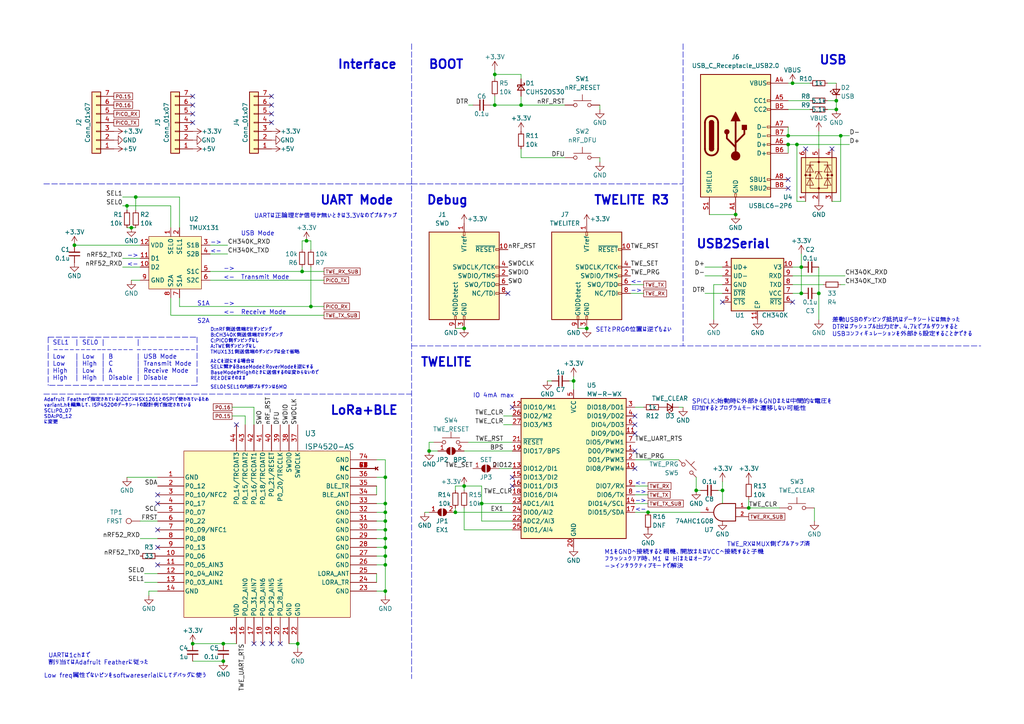
<source format=kicad_sch>
(kicad_sch (version 20211123) (generator eeschema)
  (paper "A4")
  (title_block (title "CLAS_Combo_Breakout_MovingBase-HAT") (date "2024-02-01") (company "U.E.C.wings"))
  (junction (at 187.96 148.59))
  (junction (at 201.93 142.24))
  (junction (at 38.1 66.04))
  (junction (at 88.9 69.85))
  (junction (at 111.76 171.45))
  (junction (at 111.76 161.29))
  (junction (at 124.46 130.81))
  (junction (at 111.76 158.75))
  (junction (at 242.57 29.21))
  (junction (at 217.17 147.32))
  (junction (at 134.62 140.97))
  (junction (at 87.63 78.74))
  (junction (at 86.36 186.69))
  (junction (at 139.7 146.05))
  (junction (at 111.76 148.59))
  (junction (at 143.51 21.59))
  (junction (at 232.41 77.47))
  (junction (at 229.87 24.13))
  (junction (at 39.37 57.15))
  (junction (at 209.55 142.24))
  (junction (at 21.59 71.12))
  (junction (at 231.14 41.91))
  (junction (at 232.41 85.09))
  (junction (at 111.76 156.21))
  (junction (at 132.08 148.59))
  (junction (at 64.77 191.77))
  (junction (at 151.13 30.48))
  (junction (at 242.57 31.75))
  (junction (at 90.17 88.9))
  (junction (at 166.37 110.49))
  (junction (at 237.49 85.09))
  (junction (at 228.6 39.37))
  (junction (at 55.88 186.69))
  (junction (at 243.84 39.37))
  (junction (at 111.76 153.67))
  (junction (at 36.83 59.69))
  (junction (at 170.18 95.25))
  (junction (at 64.77 186.69))
  (junction (at 111.76 151.13))
  (junction (at 143.51 30.48))
  (junction (at 134.62 95.25))
  (junction (at 213.36 62.23))
  (junction (at 228.6 41.91))
  (junction (at 111.76 163.83))
  (junction (at 111.76 138.43))
  (junction (at 111.76 146.05))
  (no_connect (at 228.6 52.07))
  (no_connect (at 148.59 138.43))
  (no_connect (at 73.66 186.69))
  (no_connect (at 78.74 186.69))
  (no_connect (at 184.15 135.89))
  (no_connect (at 45.72 163.83))
  (no_connect (at 76.2 186.69))
  (no_connect (at 55.88 27.94))
  (no_connect (at 147.32 85.09))
  (no_connect (at 229.87 87.63))
  (no_connect (at 148.59 140.97))
  (no_connect (at 45.72 158.75))
  (no_connect (at 148.59 118.11))
  (no_connect (at 241.3 43.18))
  (no_connect (at 184.15 123.19))
  (no_connect (at 55.88 30.48))
  (no_connect (at 68.58 123.19))
  (no_connect (at 184.15 125.73))
  (no_connect (at 228.6 54.61))
  (no_connect (at 184.15 120.65))
  (no_connect (at 45.72 143.51))
  (no_connect (at 78.74 35.56))
  (no_connect (at 55.88 35.56))
  (no_connect (at 78.74 27.94))
  (no_connect (at 81.28 186.69))
  (no_connect (at 78.74 33.02))
  (no_connect (at 233.68 43.18))
  (no_connect (at 78.74 30.48))
  (no_connect (at 55.88 33.02))
  (no_connect (at 209.55 87.63))
  (no_connect (at 45.72 153.67))
  (no_connect (at 184.15 130.81))
  (no_connect (at 45.72 146.05))
  (wire (pts (xy 240.03 29.21) (xy 242.57 29.21)))
  (wire (pts (xy 184.15 133.35) (xy 196.85 133.35)))
  (wire (pts (xy 111.76 171.45) (xy 111.76 172.72)))
  (wire (pts (xy 201.93 138.43) (xy 201.93 142.24)))
  (wire (pts (xy 204.47 80.01) (xy 209.55 80.01)))
  (wire (pts (xy 166.37 109.22) (xy 166.37 110.49)))
  (polyline (pts (xy 119.38 12.7) (xy 119.38 196.85)))
  (wire (pts (xy 158.75 110.49) (xy 160.02 110.49)))
  (wire (pts (xy 209.55 82.55) (xy 207.01 82.55)))
  (wire (pts (xy 132.08 147.32) (xy 132.08 148.59)))
  (wire (pts (xy 146.05 120.65) (xy 148.59 120.65)))
  (wire (pts (xy 60.96 71.12) (xy 66.04 71.12)))
  (wire (pts (xy 184.15 118.11) (xy 186.69 118.11)))
  (wire (pts (xy 234.95 31.75) (xy 228.6 31.75)))
  (wire (pts (xy 111.76 161.29) (xy 111.76 163.83)))
  (polyline (pts (xy 57.15 97.79) (xy 57.15 111.76)))
  (wire (pts (xy 143.51 21.59) (xy 143.51 22.86)))
  (wire (pts (xy 134.62 140.97) (xy 134.62 142.24)))
  (wire (pts (xy 111.76 148.59) (xy 111.76 151.13)))
  (wire (pts (xy 237.49 38.1) (xy 237.49 43.18)))
  (wire (pts (xy 35.56 74.93) (xy 40.64 74.93)))
  (wire (pts (xy 73.66 118.11) (xy 67.31 118.11)))
  (wire (pts (xy 127 130.81) (xy 124.46 130.81)))
  (wire (pts (xy 35.56 59.69) (xy 36.83 59.69)))
  (wire (pts (xy 237.49 77.47) (xy 237.49 85.09)))
  (wire (pts (xy 83.82 186.69) (xy 86.36 186.69)))
  (wire (pts (xy 21.59 71.12) (xy 40.64 71.12)))
  (wire (pts (xy 49.53 66.04) (xy 49.53 59.69)))
  (wire (pts (xy 87.63 77.47) (xy 87.63 78.74)))
  (polyline (pts (xy 57.15 111.76) (xy 13.97 111.76)))
  (wire (pts (xy 87.63 69.85) (xy 88.9 69.85)))
  (polyline (pts (xy 12.7 114.3) (xy 119.38 114.3)))
  (wire (pts (xy 229.87 82.55) (xy 238.76 82.55)))
  (wire (pts (xy 173.99 45.72) (xy 173.99 46.99)))
  (wire (pts (xy 187.96 148.59) (xy 203.2 148.59)))
  (wire (pts (xy 111.76 146.05) (xy 111.76 148.59)))
  (wire (pts (xy 217.17 144.78) (xy 217.17 147.32)))
  (wire (pts (xy 231.14 58.42) (xy 231.14 41.91)))
  (wire (pts (xy 139.7 140.97) (xy 139.7 146.05)))
  (wire (pts (xy 109.22 133.35) (xy 111.76 133.35)))
  (wire (pts (xy 38.1 66.04) (xy 39.37 66.04)))
  (wire (pts (xy 228.6 39.37) (xy 243.84 39.37)))
  (wire (pts (xy 236.22 147.32) (xy 236.22 151.13)))
  (wire (pts (xy 184.15 140.97) (xy 187.96 140.97)))
  (wire (pts (xy 41.91 168.91) (xy 45.72 168.91)))
  (wire (pts (xy 134.62 130.81) (xy 148.59 130.81)))
  (polyline (pts (xy 119.38 100.33) (xy 284.48 100.33)))
  (wire (pts (xy 60.96 73.66) (xy 66.04 73.66)))
  (wire (pts (xy 111.76 133.35) (xy 111.76 138.43)))
  (wire (pts (xy 229.87 80.01) (xy 245.11 80.01)))
  (wire (pts (xy 132.08 148.59) (xy 148.59 148.59)))
  (wire (pts (xy 35.56 77.47) (xy 40.64 77.47)))
  (wire (pts (xy 73.66 123.19) (xy 73.66 118.11)))
  (wire (pts (xy 41.91 166.37) (xy 45.72 166.37)))
  (wire (pts (xy 111.76 163.83) (xy 111.76 171.45)))
  (wire (pts (xy 228.6 41.91) (xy 231.14 41.91)))
  (wire (pts (xy 36.83 138.43) (xy 45.72 138.43)))
  (wire (pts (xy 39.37 57.15) (xy 39.37 60.96)))
  (wire (pts (xy 132.08 95.25) (xy 134.62 95.25)))
  (wire (pts (xy 151.13 30.48) (xy 143.51 30.48)))
  (wire (pts (xy 142.24 30.48) (xy 143.51 30.48)))
  (wire (pts (xy 111.76 153.67) (xy 111.76 156.21)))
  (wire (pts (xy 135.89 30.48) (xy 137.16 30.48)))
  (wire (pts (xy 184.15 143.51) (xy 187.96 143.51)))
  (wire (pts (xy 45.72 171.45) (xy 43.18 171.45)))
  (wire (pts (xy 184.15 148.59) (xy 187.96 148.59)))
  (wire (pts (xy 36.83 59.69) (xy 36.83 60.96)))
  (wire (pts (xy 52.07 86.36) (xy 52.07 88.9)))
  (polyline (pts (xy 13.97 97.79) (xy 57.15 97.79)))
  (wire (pts (xy 229.87 24.13) (xy 228.6 24.13)))
  (wire (pts (xy 231.14 41.91) (xy 246.38 41.91)))
  (wire (pts (xy 167.64 95.25) (xy 170.18 95.25)))
  (wire (pts (xy 217.17 147.32) (xy 226.06 147.32)))
  (wire (pts (xy 229.87 77.47) (xy 232.41 77.47)))
  (wire (pts (xy 109.22 161.29) (xy 111.76 161.29)))
  (wire (pts (xy 134.62 153.67) (xy 148.59 153.67)))
  (wire (pts (xy 40.64 81.28) (xy 38.1 81.28)))
  (wire (pts (xy 40.64 156.21) (xy 45.72 156.21)))
  (wire (pts (xy 146.05 123.19) (xy 148.59 123.19)))
  (wire (pts (xy 111.76 151.13) (xy 111.76 153.67)))
  (wire (pts (xy 229.87 85.09) (xy 232.41 85.09)))
  (wire (pts (xy 109.22 151.13) (xy 111.76 151.13)))
  (wire (pts (xy 49.53 86.36) (xy 49.53 91.44)))
  (wire (pts (xy 243.84 39.37) (xy 246.38 39.37)))
  (wire (pts (xy 204.47 77.47) (xy 209.55 77.47)))
  (wire (pts (xy 148.59 151.13) (xy 139.7 151.13)))
  (wire (pts (xy 204.47 85.09) (xy 209.55 85.09)))
  (wire (pts (xy 234.95 29.21) (xy 228.6 29.21)))
  (wire (pts (xy 240.03 24.13) (xy 242.57 24.13)))
  (wire (pts (xy 40.64 151.13) (xy 45.72 151.13)))
  (wire (pts (xy 52.07 88.9) (xy 90.17 88.9)))
  (wire (pts (xy 36.83 59.69) (xy 49.53 59.69)))
  (wire (pts (xy 134.62 153.67) (xy 134.62 147.32)))
  (wire (pts (xy 86.36 186.69) (xy 86.36 187.96)))
  (wire (pts (xy 151.13 43.18) (xy 151.13 45.72)))
  (wire (pts (xy 71.12 120.65) (xy 67.31 120.65)))
  (wire (pts (xy 135.89 128.27) (xy 148.59 128.27)))
  (wire (pts (xy 232.41 73.66) (xy 232.41 77.47)))
  (wire (pts (xy 109.22 138.43) (xy 111.76 138.43)))
  (wire (pts (xy 87.63 72.39) (xy 87.63 69.85)))
  (wire (pts (xy 134.62 140.97) (xy 139.7 140.97)))
  (wire (pts (xy 111.76 156.21) (xy 111.76 158.75)))
  (wire (pts (xy 64.77 191.77) (xy 55.88 191.77)))
  (wire (pts (xy 124.46 128.27) (xy 125.73 128.27)))
  (wire (pts (xy 242.57 29.21) (xy 242.57 31.75)))
  (wire (pts (xy 198.12 118.11) (xy 196.85 118.11)))
  (wire (pts (xy 229.87 24.13) (xy 234.95 24.13)))
  (wire (pts (xy 49.53 91.44) (xy 93.98 91.44)))
  (wire (pts (xy 109.22 140.97) (xy 109.22 143.51)))
  (wire (pts (xy 109.22 148.59) (xy 111.76 148.59)))
  (wire (pts (xy 124.46 148.59) (xy 123.19 148.59)))
  (wire (pts (xy 237.49 85.09) (xy 237.49 92.71)))
  (wire (pts (xy 209.55 142.24) (xy 209.55 146.05)))
  (wire (pts (xy 109.22 166.37) (xy 109.22 168.91)))
  (wire (pts (xy 228.6 36.83) (xy 228.6 39.37)))
  (wire (pts (xy 109.22 158.75) (xy 111.76 158.75)))
  (wire (pts (xy 151.13 30.48) (xy 163.83 30.48)))
  (wire (pts (xy 90.17 88.9) (xy 93.98 88.9)))
  (wire (pts (xy 109.22 146.05) (xy 111.76 146.05)))
  (wire (pts (xy 165.1 110.49) (xy 166.37 110.49)))
  (wire (pts (xy 201.93 142.24) (xy 203.2 142.24)))
  (wire (pts (xy 35.56 57.15) (xy 39.37 57.15)))
  (wire (pts (xy 232.41 77.47) (xy 232.41 85.09)))
  (wire (pts (xy 109.22 156.21) (xy 111.76 156.21)))
  (wire (pts (xy 88.9 69.85) (xy 90.17 69.85)))
  (wire (pts (xy 151.13 27.94) (xy 151.13 30.48)))
  (wire (pts (xy 111.76 158.75) (xy 111.76 161.29)))
  (wire (pts (xy 186.69 82.55) (xy 182.88 82.55)))
  (wire (pts (xy 241.3 58.42) (xy 243.84 58.42)))
  (wire (pts (xy 43.18 171.45) (xy 43.18 172.72)))
  (wire (pts (xy 148.59 146.05) (xy 139.7 146.05)))
  (wire (pts (xy 182.88 85.09) (xy 186.69 85.09)))
  (wire (pts (xy 208.28 142.24) (xy 209.55 142.24)))
  (wire (pts (xy 228.6 44.45) (xy 228.6 41.91)))
  (wire (pts (xy 233.68 58.42) (xy 231.14 58.42)))
  (polyline (pts (xy 198.12 12.7) (xy 198.12 100.33)))
  (wire (pts (xy 184.15 146.05) (xy 187.96 146.05)))
  (wire (pts (xy 55.88 186.69) (xy 64.77 186.69)))
  (wire (pts (xy 132.08 140.97) (xy 132.08 142.24)))
  (wire (pts (xy 144.78 135.89) (xy 148.59 135.89)))
  (wire (pts (xy 124.46 128.27) (xy 124.46 130.81)))
  (wire (pts (xy 143.51 20.32) (xy 143.51 21.59)))
  (wire (pts (xy 60.96 81.28) (xy 93.98 81.28)))
  (wire (pts (xy 166.37 110.49) (xy 166.37 113.03)))
  (wire (pts (xy 139.7 151.13) (xy 139.7 146.05)))
  (wire (pts (xy 151.13 21.59) (xy 143.51 21.59)))
  (wire (pts (xy 143.51 27.94) (xy 143.51 30.48)))
  (wire (pts (xy 90.17 77.47) (xy 90.17 88.9)))
  (wire (pts (xy 209.55 139.7) (xy 209.55 142.24)))
  (wire (pts (xy 60.96 78.74) (xy 87.63 78.74)))
  (wire (pts (xy 36.83 66.04) (xy 38.1 66.04)))
  (polyline (pts (xy 12.7 53.34) (xy 119.38 53.34)))
  (wire (pts (xy 132.08 140.97) (xy 134.62 140.97)))
  (wire (pts (xy 64.77 186.69) (xy 68.58 186.69)))
  (wire (pts (xy 243.84 58.42) (xy 243.84 39.37)))
  (polyline (pts (xy 119.38 53.34) (xy 198.12 53.34)))
  (wire (pts (xy 151.13 22.86) (xy 151.13 21.59)))
  (wire (pts (xy 151.13 45.72) (xy 163.83 45.72)))
  (wire (pts (xy 109.22 163.83) (xy 111.76 163.83)))
  (wire (pts (xy 173.99 30.48) (xy 173.99 31.75)))
  (wire (pts (xy 52.07 66.04) (xy 52.07 57.15)))
  (wire (pts (xy 90.17 69.85) (xy 90.17 72.39)))
  (wire (pts (xy 207.01 82.55) (xy 207.01 92.71)))
  (wire (pts (xy 240.03 31.75) (xy 242.57 31.75)))
  (wire (pts (xy 39.37 57.15) (xy 52.07 57.15)))
  (wire (pts (xy 243.84 82.55) (xy 245.11 82.55)))
  (wire (pts (xy 109.22 171.45) (xy 111.76 171.45)))
  (wire (pts (xy 205.74 62.23) (xy 213.36 62.23)))
  (wire (pts (xy 71.12 123.19) (xy 71.12 120.65)))
  (wire (pts (xy 87.63 78.74) (xy 93.98 78.74)))
  (polyline (pts (xy 13.97 97.79) (xy 13.97 111.76)))
  (wire (pts (xy 111.76 138.43) (xy 111.76 146.05)))
  (wire (pts (xy 109.22 153.67) (xy 111.76 153.67)))
  (text "USB" (at 237.49 19.05 0) (effects (font (size 2.54 2.54) (thickness 0.508) bold) (justify left bottom)))
  (text "Receive Mode" (at 69.85 91.44 0) (effects (font (size 1.27 1.27)) (justify left bottom)))
  (text "SPICLK:始動時に外部からGNDまたは中間的な電圧を\n印加するとプログラムモードに遷移しない可能性" (at 200.66 119.38 0) (effects (font (size 1.27 1.27)) (justify left bottom)))
  (text "<-" (at 64.77 91.44 0) (effects (font (size 1.27 1.27)) (justify left bottom)))
  (text "USB Mode" (at 69.85 68.58 0) (effects (font (size 1.27 1.27)) (justify left bottom)))
  (text "SETとPRGの位置は逆でもよい" (at 172.72 96.52 0) (effects (font (size 1.27 1.27)) (justify left bottom)))
  (text "SEL1\n----\nLow\nLow\nHigh\nHigh\n" (at 15.24 110.49 0) (effects (font (size 1.27 1.27)) (justify left bottom)))
  (text "UART Mode" (at 114.3 59.69 180) (effects (font (size 2.54 2.54) (thickness 0.508) bold) (justify right bottom)))
  (text "USB2Serial" (at 223.52 72.39 180) (effects (font (size 2.54 2.54) (thickness 0.508) bold) (justify right bottom)))
  (text "BOOT" (at 134.62 20.32 180) (effects (font (size 2.54 2.54) (thickness 0.508) bold) (justify right bottom)))
  (text "S1A" (at 57.15 88.9 0) (effects (font (size 1.27 1.27)) (justify left bottom)))
  (text "Transmit Mode" (at 69.85 81.28 0) (effects (font (size 1.27 1.27)) (justify left bottom)))
  (text "->" (at 184.15 146.05 0) (effects (font (size 1.27 1.27)) (justify left bottom)))
  (text "M1をGNDへ接続すると親機、開放またはVCCへ接続すると子機\nフラッシュクリア時、M1 は Hiまたはオープン\n->インタラクティブモードで解決" (at 175.26 165.1 0) (effects (font (size 1.27 1.27)) (justify left bottom)))
  (text "Debug" (at 135.89 59.69 180) (effects (font (size 2.54 2.54) (thickness 0.508) bold) (justify right bottom)))
  (text "<-" (at 60.96 73.66 0) (effects (font (size 1.27 1.27)) (justify left bottom)))
  (text "<-" (at 36.83 77.47 0) (effects (font (size 1.27 1.27)) (justify left bottom)))
  (text "->" (at 36.83 74.93 0) (effects (font (size 1.27 1.27)) (justify left bottom)))
  (text "Interface" (at 97.79 20.32 0) (effects (font (size 2.54 2.54) (thickness 0.508) bold) (justify left bottom)))
  (text "TWELITE R3" (at 194.31 59.69 180) (effects (font (size 2.54 2.54) (thickness 0.508) bold) (justify right bottom)))
  (text "IO 4mA max" (at 137.16 115.57 0) (effects (font (size 1.27 1.27)) (justify left bottom)))
  (text "->" (at 182.88 85.09 0) (effects (font (size 1.27 1.27)) (justify left bottom)))
  (text "AとCを逆にする場合は\nSELに繋がるBaseModeとRoverModeを逆にする\nBaseModeがHighのときに送信するのは変わらないので\nREとDEはそのまま" (at 60.96 110.49 0) (effects (font (size 1.016 1.016)) (justify left bottom)))
  (text "|\n------\n| B\n| C\n| A\n| Disable" (at 29.21 110.49 0) (effects (font (size 1.27 1.27)) (justify left bottom)))
  (text "->" (at 64.77 78.74 0) (effects (font (size 1.27 1.27)) (justify left bottom)))
  (text "LoRa+BLE" (at 115.57 120.65 180) (effects (font (size 2.54 2.54) (thickness 0.508) bold) (justify right bottom)))
  (text "UARTは正論理だが信号が無いときは3.3Vなのでプルアップ" (at 73.66 63.5 0) (effects (font (size 1.27 1.27)) (justify left bottom)))
  (text "->" (at 64.77 88.9 0) (effects (font (size 1.27 1.27)) (justify left bottom)))
  (text "Adafruit Featherで指定されているI2CピンはSX1261とのSPIで使われているため\nvariant.hを編集して、ISP4520のデータシートの設計例で指定されている\nSCL:P0_07\nSDA:P0_12\nに変更" (at 12.7 123.19 0) (effects (font (size 1.016 1.016)) (justify left bottom)))
  (text "->" (at 60.96 71.12 0) (effects (font (size 1.27 1.27)) (justify left bottom)))
  (text "| SEL0\n-----\n| Low\n| High\n| Low\n| High" (at 21.59 110.49 0) (effects (font (size 1.27 1.27)) (justify left bottom)))
  (text "S2A" (at 57.15 93.98 0) (effects (font (size 1.27 1.27)) (justify left bottom)))
  (text "差動USBのダンピング抵抗はデータシートには無かった\nDTRはプッシュプル出力だが、4.7kでプルダウンすると\nUSBコンフィギュレーションを外部から設定することができる" (at 241.3 97.79 0) (effects (font (size 1.27 1.27)) (justify left bottom)))
  (text "D:nRF側送信端だけダンピング\nB:CH340K側送信端だけダンピング\nC:PICO側ダンピングなし\nA:TWE側ダンピングなし\nTMUX131側送信端のダンピングは全て省略" (at 60.96 102.87 0) (effects (font (size 1.016 1.016)) (justify left bottom)))
  (text "<-" (at 64.77 81.28 0) (effects (font (size 1.27 1.27)) (justify left bottom)))
  (text "<-" (at 184.15 140.97 0) (effects (font (size 1.27 1.27)) (justify left bottom)))
  (text "<-" (at 182.88 82.55 0) (effects (font (size 1.27 1.27)) (justify left bottom)))
  (text "TWE_RXはMUX側でプルアップ済" (at 210.82 158.75 0) (effects (font (size 1.27 1.27)) (justify left bottom)))
  (text "<-" (at 184.15 148.59 0) (effects (font (size 1.27 1.27)) (justify left bottom)))
  (text "Low freq属性でないピンをsoftwareserialにしてデバッグに使う" (at 12.7 196.85 0) (effects (font (size 1.27 1.27)) (justify left bottom)))
  (text "SEL0とSEL1の内部プルダウンは6MΩ" (at 60.96 113.03 0) (effects (font (size 1.016 1.016)) (justify left bottom)))
  (text "UARTは1chまで\n割り当てはAdafruit Featherに従った" (at 13.97 193.04 0) (effects (font (size 1.27 1.27)) (justify left bottom)))
  (text "->" (at 184.15 143.51 0) (effects (font (size 1.27 1.27)) (justify left bottom)))
  (text "|\n-----------\n| USB Mode\n| Transmit Mode\n| Receive Mode\n| Disable" (at 39.37 110.49 0) (effects (font (size 1.27 1.27)) (justify left bottom)))
  (text "TWELITE" (at 137.16 106.68 180) (effects (font (size 2.54 2.54) (thickness 0.508) bold) (justify right bottom)))
  (label "nRF52_TXD" (at 35.56 74.93 180))
  (label "EX1" (at 146.05 148.59 180))
  (label "TWE_UART_RTS" (at 184.15 128.27 0))
  (label "DTR" (at 135.89 30.48 180))
  (label "nRF52_RXD" (at 40.64 156.21 180))
  (label "SWO" (at 76.2 123.19 90))
  (label "nRF_RST" (at 163.83 30.48 180))
  (label "SDA" (at 45.72 140.97 180))
  (label "DIO12" (at 148.59 135.89 180))
  (label "SWO" (at 147.32 82.55 0))
  (label "CH340K_TXD" (at 66.04 73.66 0))
  (label "CH340K_RXD" (at 66.04 71.12 0))
  (label "TWE_CLR" (at 217.17 147.32 0))
  (label "TWE_SET" (at 137.16 135.89 180))
  (label "SWDIO" (at 147.32 80.01 0))
  (label "TWE_RST" (at 146.05 128.27 180))
  (label "nRF_RST" (at 147.32 72.39 0))
  (label "nRF_RST" (at 78.74 123.19 90))
  (label "TWE_CLR" (at 146.05 120.65 180))
  (label "SCL" (at 45.72 148.59 180))
  (label "nRF52_TXD" (at 40.64 161.29 180))
  (label "SEL1" (at 41.91 168.91 180))
  (label "TWE_PRG" (at 184.15 133.35 0))
  (label "D+" (at 246.38 41.91 0))
  (label "CH340K_RXD" (at 245.11 80.01 0))
  (label "SWDCLK" (at 147.32 77.47 0))
  (label "SEL0" (at 35.56 59.69 180))
  (label "SEL1" (at 35.56 57.15 180))
  (label "SWDCLK" (at 86.36 123.19 90))
  (label "SEL0" (at 41.91 166.37 180))
  (label "CH340K_TXD" (at 245.11 82.55 0))
  (label "TWE_UART_RTS" (at 71.12 186.69 270))
  (label "FRST" (at 45.72 151.13 180))
  (label "D+" (at 204.47 77.47 180))
  (label "D-" (at 204.47 80.01 180))
  (label "TWE_PRG" (at 182.88 80.01 0))
  (label "DTR" (at 204.47 85.09 180))
  (label "nRF52_RXD" (at 35.56 77.47 180))
  (label "BPS" (at 146.05 130.81 180))
  (label "D-" (at 246.38 39.37 0))
  (label "SWDIO" (at 83.82 123.19 90))
  (label "TWE_CLR" (at 148.59 143.51 180))
  (label "DFU" (at 163.83 45.72 180))
  (label "TWE_RST" (at 182.88 72.39 0))
  (label "TWE_CLR" (at 146.05 123.19 180))
  (label "DFU" (at 81.28 123.19 90))
  (label "TWE_SET" (at 182.88 77.47 0))
  (global_label "PICO_TX" (shape passive) (at 93.98 81.28 0) (effects (font (size 1.016 1.016))) (property "Intersheet References" "${INTERSHEET_REFS}" (effects hide)))
  (global_label "TWE_TX" (shape passive) (at 186.69 82.55 0) (effects (font (size 1.016 1.016))) (property "Intersheet References" "${INTERSHEET_REFS}" (effects hide)))
  (global_label "TWE_TX_SUB" (shape passive) (at 187.96 146.05 0) (effects (font (size 1.016 1.016))) (property "Intersheet References" "${INTERSHEET_REFS}" (effects hide)))
  (global_label "PICO_RX" (shape passive) (at 93.98 88.9 0) (effects (font (size 1.016 1.016))) (property "Intersheet References" "${INTERSHEET_REFS}" (effects hide)))
  (global_label "TWE_TX_SUB" (shape passive) (at 93.98 91.44 0) (effects (font (size 1.016 1.016))) (property "Intersheet References" "${INTERSHEET_REFS}" (effects hide)))
  (global_label "P0.15" (shape passive) (at 33.02 27.94 0) (effects (font (size 1.016 1.016))) (property "Intersheet References" "${INTERSHEET_REFS}" (effects hide)))
  (global_label "TWE_RX_SUB" (shape passive) (at 217.17 149.86 0) (effects (font (size 1.016 1.016))) (property "Intersheet References" "${INTERSHEET_REFS}" (effects hide)))
  (global_label "P0.16" (shape passive) (at 33.02 30.48 0) (effects (font (size 1.016 1.016))) (property "Intersheet References" "${INTERSHEET_REFS}" (effects hide)))
  (global_label "TWE_RX_SUB" (shape passive) (at 93.98 78.74 0) (effects (font (size 1.016 1.016))) (property "Intersheet References" "${INTERSHEET_REFS}" (effects hide)))
  (global_label "P0.15" (shape passive) (at 67.31 120.65 180) (effects (font (size 1.016 1.016))) (property "Intersheet References" "${INTERSHEET_REFS}" (effects hide)))
  (global_label "PICO_RX" (shape passive) (at 33.02 33.02 0) (effects (font (size 1.016 1.016))) (property "Intersheet References" "${INTERSHEET_REFS}" (effects hide)))
  (global_label "TWE_TX" (shape passive) (at 187.96 143.51 0) (effects (font (size 1.016 1.016))) (property "Intersheet References" "${INTERSHEET_REFS}" (effects hide)))
  (global_label "TWE_RX" (shape passive) (at 186.69 85.09 0) (effects (font (size 1.016 1.016))) (property "Intersheet References" "${INTERSHEET_REFS}" (effects hide)))
  (global_label "TWE_RX" (shape passive) (at 187.96 140.97 0) (effects (font (size 1.016 1.016))) (property "Intersheet References" "${INTERSHEET_REFS}" (effects hide)))
  (global_label "P0.16" (shape passive) (at 67.31 118.11 180) (effects (font (size 1.016 1.016))) (property "Intersheet References" "${INTERSHEET_REFS}" (effects hide)))
  (global_label "PICO_TX" (shape passive) (at 33.02 35.56 0) (effects (font (size 1.016 1.016))) (property "Intersheet References" "${INTERSHEET_REFS}" (effects hide)))
  (symbol (lib_id "power:+3.3V") (at 78.74 38.1 270) (unit 1)
    (property "Reference" "#PWR026" (effects hide))
    (property "Value" "+3.3V" (at 81.28 38.1 90) (effects (justify left)))
  )
  (symbol (lib_id "power:+3.3V") (at 232.41 73.66 0) (unit 1)
    (property "Reference" "#PWR09" (effects hide))
    (property "Value" "+3.3V" (at 232.41 69.85 0))
  )
  (symbol (lib_id "power:GND") (at 166.37 158.75 0) (unit 1)
    (property "Reference" "#PWR0101" (effects hide))
    (property "Value" "GND" (at 166.37 162.56 0))
  )
  (symbol (lib_id "Device:R_Small") (at 237.49 31.75 90) (unit 1)
    (property "Reference" "R9" (at 233.68 30.48 90))
    (property "Value" "5.1k" (at 237.49 31.75 90))
    (property "Footprint" "Resistor_SMD:R_0603_1608Metric" (effects hide))
  )
  (symbol (lib_id "Device:C_Small") (at 55.88 189.23 0) (mirror y) (unit 1)
    (property "Reference" "C4" (at 54.61 187.96 0) (effects (justify left)))
    (property "Value" "1u" (at 54.61 190.5 0) (effects (justify left)))
    (property "Footprint" "Capacitor_SMD:C_0603_1608Metric" (effects hide))
  )
  (symbol (lib_id "Switch:SW_Push_45deg") (at 199.39 135.89 0) (unit 1)
    (property "Reference" "SW5" (at 196.85 137.16 0) (effects (justify right)))
    (property "Value" "TWE_PRG" (at 196.85 134.62 0) (effects (justify right)))
    (property "Footprint" "Button_Switch_SMD:SW_Push_1P1T_NO_Vertical_Wuerth_434133025816" (effects hide))
  )
  (symbol (lib_id "Device:R_Small") (at 217.17 142.24 0) (unit 1)
    (property "Reference" "R13" (at 218.44 140.97 0) (effects (justify left)))
    (property "Value" "10k" (at 218.44 143.51 0) (effects (justify left)))
    (property "Footprint" "Resistor_SMD:R_0603_1608Metric" (effects hide))
  )
  (symbol (lib_id "power:+3.3V") (at 151.13 38.1 0) (unit 1)
    (property "Reference" "#PWR042" (effects hide))
    (property "Value" "+3.3V" (at 151.13 34.29 0))
  )
  (symbol (lib_id "power:GND") (at 111.76 172.72 0) (unit 1)
    (property "Reference" "#PWR016" (effects hide))
    (property "Value" "GND" (at 111.76 176.53 0))
  )
  (symbol (lib_id "power:GND") (at 187.96 153.67 0) (unit 1)
    (property "Reference" "#PWR029" (effects hide))
    (property "Value" "GND" (at 187.96 157.48 0))
  )
  (symbol (lib_id "power:GND") (at 198.12 118.11 0) (unit 1)
    (property "Reference" "#PWR0108" (effects hide))
    (property "Value" "GND" (at 198.12 121.92 0))
  )
  (symbol (lib_id "power:GND") (at 123.19 148.59 0) (mirror y) (unit 1)
    (property "Reference" "#PWR0111" (effects hide))
    (property "Value" "GND" (at 123.19 152.4 0))
  )
  (symbol (lib_id "74xGxx:74AHC1G08") (at 209.55 148.59 0) (mirror y) (unit 1)
    (property "Reference" "U7" (at 207.01 153.67 0) (effects (justify left)))
    (property "Value" "74AHC1G08" (at 207.01 151.13 0) (effects (justify left)))
    (property "Footprint" "Package_TO_SOT_SMD:SOT-23-5" (effects hide))
    (property "Datasheet" "http://www.ti.com/lit/sg/scyt129e/scyt129e.pdf" (effects hide))
  )
  (symbol (lib_id "power:GND") (at 158.75 110.49 0) (mirror y) (unit 1)
    (property "Reference" "#PWR0109" (effects hide))
    (property "Value" "GND" (at 158.75 114.3 0))
  )
  (symbol (lib_id "Device:C_Small") (at 205.74 142.24 90) (unit 1)
    (property "Reference" "C8" (at 205.74 144.78 90))
    (property "Value" "0.1u" (at 205.74 139.7 90))
    (property "Footprint" "Capacitor_SMD:C_0603_1608Metric" (effects hide))
  )
  (symbol (lib_id "Device:R_Small") (at 39.37 63.5 0) (unit 1)
    (property "Reference" "R2" (at 40.64 62.23 0) (effects (justify left)))
    (property "Value" "10k" (at 40.64 64.77 0) (effects (justify left)))
    (property "Footprint" "Resistor_SMD:R_0603_1608Metric" (effects hide))
  )
  (symbol (lib_id "Switch:SW_Push") (at 168.91 45.72 0) (unit 1)
    (property "Reference" "SW2" (at 168.91 38.1 0))
    (property "Value" "nRF_DFU" (at 168.91 40.64 0))
    (property "Footprint" "Button_Switch_SMD:SW_Push_1P1T_NO_Vertical_Wuerth_434133025816" (effects hide))
  )
  (symbol (lib_id "Device:C_Small") (at 64.77 189.23 0) (mirror y) (unit 1)
    (property "Reference" "C5" (at 63.5 187.96 0) (effects (justify left)))
    (property "Value" "0.1u" (at 63.5 190.5 0) (effects (justify left)))
    (property "Footprint" "Capacitor_SMD:C_0603_1608Metric" (effects hide))
  )
  (symbol (lib_id "Analog_Switch_extlib:TMUX131") (at 50.8 76.2 0) (mirror y) (unit 1)
    (property "Reference" "U2" (at 54.8387 63.5 0) (effects (justify right)))
    (property "Value" "TMUX131" (at 54.8387 66.04 0) (effects (justify right)))
    (property "Footprint" "Package_DFN_QFN_extlib:Texas_RMG0012A_1.8x1.8mm_P0.4mm" (effects hide))
  )
  (symbol (lib_id "Device:R_Small") (at 237.49 24.13 90) (unit 1)
    (property "Reference" "R10" (at 233.68 22.86 90))
    (property "Value" "1k" (at 237.49 24.13 90))
    (property "Footprint" "Resistor_SMD:R_0603_1608Metric" (effects hide))
  )
  (symbol (lib_id "power:+3.3V") (at 134.62 140.97 0) (unit 1)
    (property "Reference" "#PWR0114" (effects hide))
    (property "Value" "+3.3V" (at 130.81 139.7 0))
  )
  (symbol (lib_id "Connector_Generic:Conn_01x07") (at 27.94 35.56 180) (unit 1)
    (property "Reference" "J2" (at 22.86 35.56 90))
    (property "Value" "Conn_01x07" (at 25.4 35.56 90))
    (property "Footprint" "Connector_PinSocket_2.54mm:PinSocket_1x07_P2.54mm_Vertical" (effects hide))
  )
  (symbol (lib_id "power:GND") (at 170.18 95.25 0) (unit 1)
    (property "Reference" "#PWR0112" (effects hide))
    (property "Value" "GND" (at 166.37 96.52 0))
  )
  (symbol (lib_id "Switch:SW_Push") (at 168.91 30.48 0) (unit 1)
    (property "Reference" "SW1" (at 168.91 22.86 0))
    (property "Value" "nRF_RESET" (at 168.91 25.4 0))
    (property "Footprint" "Button_Switch_SMD:SW_Push_1P1T_NO_Vertical_Wuerth_434133025816" (effects hide))
  )
  (symbol (lib_id "power:VBUS") (at 229.87 24.13 0) (unit 1)
    (property "Reference" "#PWR039" (effects hide))
    (property "Value" "VBUS" (at 229.87 20.32 0))
  )
  (symbol (lib_id "Device:R_Small") (at 241.3 82.55 90) (unit 1)
    (property "Reference" "R4" (at 241.3 87.63 90))
    (property "Value" "33" (at 241.3 85.09 90))
    (property "Footprint" "Resistor_SMD:R_0603_1608Metric" (effects hide))
  )
  (symbol (lib_id "power:VBUS") (at 237.49 38.1 0) (unit 1)
    (property "Reference" "#PWR036" (effects hide))
    (property "Value" "VBUS" (at 237.49 34.29 0))
  )
  (symbol (lib_id "Switch:SW_Push") (at 231.14 147.32 0) (unit 1)
    (property "Reference" "SW3" (at 231.14 139.7 0))
    (property "Value" "TWE_CLEAR" (at 231.14 142.24 0))
    (property "Footprint" "Button_Switch_SMD:SW_Push_1P1T_NO_Vertical_Wuerth_434133025816" (effects hide))
  )
  (symbol (lib_id "Connector_Generic:Conn_01x07") (at 73.66 35.56 180) (unit 1)
    (property "Reference" "J4" (at 68.58 35.56 90))
    (property "Value" "Conn_01x07" (at 71.12 35.56 90))
    (property "Footprint" "Connector_PinSocket_2.54mm:PinSocket_1x07_P2.54mm_Vertical" (effects hide))
  )
  (symbol (lib_id "power:GND") (at 209.55 151.13 0) (unit 1)
    (property "Reference" "#PWR0105" (effects hide))
    (property "Value" "GND" (at 209.55 154.94 0))
  )
  (symbol (lib_id "power:GND") (at 55.88 40.64 90) (unit 1)
    (property "Reference" "#PWR024" (effects hide))
    (property "Value" "GND" (at 58.42 40.64 90) (effects (justify right)))
  )
  (symbol (lib_id "Connector:TestPoint") (at 40.64 151.13 90) (unit 1)
    (property "Reference" "TP1" (at 35.56 148.59 90) (effects (justify left)))
    (property "Value" "FRST" (at 35.56 151.13 90) (effects (justify left)))
    (property "Footprint" "TestPoint:TestPoint_Pad_D1.0mm" (effects hide))
  )
  (symbol (lib_id "Device:R_Small") (at 90.17 74.93 0) (unit 1)
    (property "Reference" "R7" (at 91.44 76.2 0) (effects (justify left)))
    (property "Value" "10k" (at 91.44 73.66 0) (effects (justify left)))
    (property "Footprint" "Resistor_SMD:R_0603_1608Metric" (effects hide))
  )
  (symbol (lib_id "power:GND") (at 236.22 151.13 0) (unit 1)
    (property "Reference" "#PWR0103" (effects hide))
    (property "Value" "GND" (at 236.22 154.94 0))
  )
  (symbol (lib_id "Device:R_Small") (at 151.13 40.64 0) (unit 1)
    (property "Reference" "R11" (at 152.4 39.37 0) (effects (justify left)))
    (property "Value" "10k" (at 152.4 41.91 0) (effects (justify left)))
    (property "Footprint" "Resistor_SMD:R_0603_1608Metric" (effects hide))
  )
  (symbol (lib_id "power:GND") (at 237.49 58.42 0) (unit 1)
    (property "Reference" "#PWR037" (effects hide))
    (property "Value" "GND" (at 237.49 62.23 0))
  )
  (symbol (lib_id "power:GND") (at 173.99 46.99 0) (unit 1)
    (property "Reference" "#PWR041" (effects hide))
    (property "Value" "GND" (at 173.99 50.8 0))
  )
  (symbol (lib_id "Device:C_Small") (at 162.56 110.49 90) (unit 1)
    (property "Reference" "C7" (at 162.56 113.03 90))
    (property "Value" "1u" (at 162.56 107.95 90))
    (property "Footprint" "Capacitor_SMD:C_0603_1608Metric" (effects hide))
  )
  (symbol (lib_id "Device:R_Small") (at 143.51 25.4 0) (unit 1)
    (property "Reference" "R5" (at 144.78 24.13 0) (effects (justify left)))
    (property "Value" "10k" (at 144.78 26.67 0) (effects (justify left)))
    (property "Footprint" "Resistor_SMD:R_0603_1608Metric" (effects hide))
  )
  (symbol (lib_id "Device:D_Schottky_Small") (at 151.13 25.4 270) (unit 1)
    (property "Reference" "D1" (at 152.4 24.13 90) (effects (justify left)))
    (property "Value" "CUHS20S30" (at 152.4 26.67 90) (effects (justify left)))
    (property "Footprint" "CUHS20S30:CUHS20S30" (effects hide))
  )
  (symbol (lib_id "power:GND") (at 33.02 40.64 90) (unit 1)
    (property "Reference" "#PWR021" (effects hide))
    (property "Value" "GND" (at 35.56 40.64 90) (effects (justify right)))
  )
  (symbol (lib_id "power:GND") (at 237.49 92.71 0) (unit 1)
    (property "Reference" "#PWR010" (effects hide))
    (property "Value" "GND" (at 237.49 96.52 0))
  )
  (symbol (lib_id "Device:LED_Small") (at 242.57 26.67 90) (unit 1)
    (property "Reference" "D2" (at 243.84 25.4 90) (effects (justify right)))
    (property "Value" "USB" (at 243.84 27.94 90) (effects (justify right)))
    (property "Footprint" "LED_SMD:LED_0603_1608Metric" (effects hide))
  )
  (symbol (lib_id "Device:R_Small") (at 132.08 144.78 0) (mirror y) (unit 1)
    (property "Reference" "R14" (at 130.81 143.51 0) (effects (justify left)))
    (property "Value" "10k" (at 130.81 146.05 0) (effects (justify left)))
    (property "Footprint" "Resistor_SMD:R_0603_1608Metric" (effects hide))
  )
  (symbol (lib_id "power:GND") (at 124.46 130.81 0) (mirror y) (unit 1)
    (property "Reference" "#PWR0113" (effects hide))
    (property "Value" "GND" (at 124.46 134.62 0))
  )
  (symbol (lib_name "USB_C_Receptacle_USB2.0_1") (lib_id "Connector:USB_C_Receptacle_USB2.0") (at 213.36 39.37 0) (unit 1)
    (property "Reference" "J6" (at 213.36 16.51 0))
    (property "Value" "USB_C_Receptacle_USB2.0" (at 213.36 19.05 0))
    (property "Footprint" "Connector_USB_extlib:USB_C_Receptacle_5077CR-16-SMC2-BK-TR" (effects hide))
    (property "Datasheet" "https://www.usb.org/sites/default/files/documents/usb_type-c.zip" (effects hide))
  )
  (symbol (lib_id "Device:R_Small") (at 187.96 151.13 0) (unit 1)
    (property "Reference" "R16" (at 189.23 149.86 0) (effects (justify left)))
    (property "Value" "DNF" (at 189.23 152.4 0) (effects (justify left)))
    (property "Footprint" "Resistor_SMD:R_0603_1608Metric" (effects hide))
  )
  (symbol (lib_id "power:GND") (at 173.99 31.75 0) (unit 1)
    (property "Reference" "#PWR017" (effects hide))
    (property "Value" "GND" (at 173.99 35.56 0))
  )
  (symbol (lib_id "power:+3.3V") (at 209.55 139.7 0) (unit 1)
    (property "Reference" "#PWR0107" (effects hide))
    (property "Value" "+3.3V" (at 209.55 135.89 0))
  )
  (symbol (lib_id "power:GND") (at 213.36 62.23 0) (unit 1)
    (property "Reference" "#PWR035" (effects hide))
    (property "Value" "GND" (at 213.36 66.04 0))
  )
  (symbol (lib_id "power:GND") (at 43.18 172.72 0) (unit 1)
    (property "Reference" "#PWR08" (effects hide))
    (property "Value" "GND" (at 43.18 176.53 0))
  )
  (symbol (lib_id "ISP4520-AS:ISP4520-AS") (at 77.47 154.94 0) (unit 1)
    (property "Reference" "U3" (at 88.3794 125.73 0) (effects (font (size 1.524 1.524)) (justify left)))
    (property "Value" "ISP4520-AS" (at 88.3794 129.54 0) (effects (font (size 1.524 1.524)) (justify left)))
    (property "Footprint" "RF_Module_extlib:ISP4520-AS_with_Keep-Out" (effects hide))
    (property "Datasheet" "https://www.insightsip.com/fichiers_insightsip/pdf/ble/ISP4520/isp_lora_DS4520.pdf" (effects hide))
  )
  (symbol (lib_id "power:+5V") (at 55.88 43.18 270) (unit 1)
    (property "Reference" "#PWR025" (effects hide))
    (property "Value" "+5V" (at 58.42 43.18 90) (effects (justify left)))
  )
  (symbol (lib_id "power:+3.3V") (at 170.18 64.77 0) (unit 1)
    (property "Reference" "#PWR0110" (effects hide))
    (property "Value" "+3.3V" (at 173.99 63.5 0))
  )
  (symbol (lib_id "Switch:SW_Push") (at 130.81 128.27 0) (mirror y) (unit 1)
    (property "Reference" "SW4" (at 130.81 121.92 0))
    (property "Value" "TWE_RESET" (at 130.81 124.46 0))
    (property "Footprint" "Button_Switch_SMD:SW_Push_1P1T_NO_Vertical_Wuerth_434133025816" (effects hide))
  )
  (symbol (lib_id "power:GND") (at 134.62 95.25 0) (unit 1)
    (property "Reference" "#PWR019" (effects hide))
    (property "Value" "GND" (at 130.81 96.52 0))
  )
  (symbol (lib_id "power:GND") (at 242.57 31.75 0) (unit 1)
    (property "Reference" "#PWR038" (effects hide))
    (property "Value" "GND" (at 242.57 35.56 0))
  )
  (symbol (lib_id "power:+5V") (at 78.74 43.18 270) (unit 1)
    (property "Reference" "#PWR028" (effects hide))
    (property "Value" "+5V" (at 81.28 43.18 90) (effects (justify left)))
  )
  (symbol (lib_id "Interface_USB_extlib:CH340K") (at 219.71 82.55 0) (unit 1)
    (property "Reference" "U1" (at 214.63 91.44 0))
    (property "Value" "CH340K" (at 224.79 91.44 0))
    (property "Footprint" "Package_SO:SSOP-10_3.9x4.9mm_P1.00mm" (effects hide))
    (property "Datasheet" "https://akizukidenshi.com/goodsaffix/ch340.pdf" (effects hide))
  )
  (symbol (lib_id "Device:LED_Small") (at 194.31 118.11 180) (unit 1)
    (property "Reference" "D3" (at 194.31 120.65 0))
    (property "Value" "TWE_CLEAR" (at 194.31 115.57 0))
    (property "Footprint" "LED_SMD:LED_0603_1608Metric" (effects hide))
  )
  (symbol (lib_id "Device:R_Small") (at 43.18 161.29 90) (unit 1)
    (property "Reference" "R3" (at 43.18 158.75 90))
    (property "Value" "33" (at 43.18 161.29 90))
    (property "Footprint" "Resistor_SMD:R_0603_1608Metric" (effects hide))
  )
  (symbol (lib_id "power:GND") (at 64.77 191.77 0) (unit 1)
    (property "Reference" "#PWR012" (effects hide))
    (property "Value" "GND" (at 64.77 195.58 0))
  )
  (symbol (lib_id "power:GND") (at 219.71 92.71 0) (unit 1)
    (property "Reference" "#PWR04" (effects hide))
    (property "Value" "GND" (at 219.71 96.52 0))
  )
  (symbol (lib_id "Device:R_Small") (at 134.62 144.78 0) (unit 1)
    (property "Reference" "R15" (at 135.89 143.51 0) (effects (justify left)))
    (property "Value" "10k" (at 135.89 146.05 0) (effects (justify left)))
    (property "Footprint" "Resistor_SMD:R_0603_1608Metric" (effects hide))
  )
  (symbol (lib_id "power:GND") (at 38.1 81.28 0) (mirror y) (unit 1)
    (property "Reference" "#PWR07" (effects hide))
    (property "Value" "GND" (at 38.1 85.09 0))
  )
  (symbol (lib_id "Device:C_Small") (at 139.7 30.48 90) (unit 1)
    (property "Reference" "C6" (at 139.7 27.94 90))
    (property "Value" "0.1u" (at 139.7 33.02 90))
    (property "Footprint" "Capacitor_SMD:C_0603_1608Metric" (effects hide))
  )
  (symbol (lib_id "Device:C_Small") (at 234.95 85.09 90) (unit 1)
    (property "Reference" "C3" (at 234.95 90.17 90))
    (property "Value" "0.1u" (at 234.95 87.63 90))
    (property "Footprint" "Capacitor_SMD:C_0603_1608Metric" (effects hide))
  )
  (symbol (lib_id "power:GND") (at 21.59 76.2 0) (mirror y) (unit 1)
    (property "Reference" "#PWR03" (effects hide))
    (property "Value" "GND" (at 21.59 80.01 0))
  )
  (symbol (lib_id "power:GND") (at 78.74 40.64 90) (unit 1)
    (property "Reference" "#PWR027" (effects hide))
    (property "Value" "GND" (at 81.28 40.64 90) (effects (justify right)))
  )
  (symbol (lib_id "Jumper:SolderJumper_2_Open") (at 128.27 148.59 0) (unit 1)
    (property "Reference" "JP1" (at 128.27 151.13 0))
    (property "Value" "EX1" (at 128.27 153.67 0))
    (property "Footprint" "Jumper:SolderJumper-2_P1.3mm_Open_RoundedPad1.0x1.5mm" (effects hide))
  )
  (symbol (lib_id "power:+3.3V") (at 55.88 38.1 270) (unit 1)
    (property "Reference" "#PWR023" (effects hide))
    (property "Value" "+3.3V" (at 58.42 38.1 90) (effects (justify left)))
  )
  (symbol (lib_id "Connector:Conn_ARM_JTAG_SWD_10") (at 134.62 80.01 0) (unit 1)
    (property "Reference" "J1" (at 128.27 62.23 0))
    (property "Value" "SWD" (at 128.27 64.77 0))
    (property "Footprint" "Connector_PinHeader_1.27mm:PinHeader_2x05_P1.27mm_Vertical_SMD" (effects hide))
    (property "Datasheet" "http://infocenter.arm.com/help/topic/com.arm.doc.ddi0314h/DDI0314H_coresight_components_trm.pdf" (effects hide))
  )
  (symbol (lib_id "power:+3.3V") (at 55.88 186.69 0) (unit 1)
    (property "Reference" "#PWR011" (effects hide))
    (property "Value" "+3.3V" (at 55.88 182.88 0))
  )
  (symbol (lib_id "Jumper:SolderJumper_2_Open") (at 130.81 130.81 0) (unit 1)
    (property "Reference" "JP2" (at 128.27 133.35 0))
    (property "Value" "BPS" (at 133.35 133.35 0))
    (property "Footprint" "Jumper:SolderJumper-2_P1.3mm_Open_RoundedPad1.0x1.5mm" (effects hide))
  )
  (symbol (lib_id "RF_ZigBee:MW-R-WX") (at 166.37 135.89 0) (unit 1)
    (property "Reference" "U5" (at 170.18 111.76 0) (effects (justify left)))
    (property "Value" "MW-R-WX" (at 170.18 114.3 0) (effects (justify left)))
    (property "Footprint" "RF_Module:MonoWireless_TWE-L-WX" (effects hide))
    (property "Datasheet" "https://www.mono-wireless.com/jp/products/TWE-LITE/MW-PDS-TWELITE-JP.pdf" (effects hide))
  )
  (symbol (lib_id "power:+3.3V") (at 143.51 20.32 0) (unit 1)
    (property "Reference" "#PWR013" (effects hide))
    (property "Value" "+3.3V" (at 143.51 16.51 0))
  )
  (symbol (lib_id "power:GND") (at 38.1 66.04 0) (mirror y) (unit 1)
    (property "Reference" "#PWR06" (effects hide))
    (property "Value" "GND" (at 38.1 69.85 0))
  )
  (symbol (lib_id "Device:C_Small") (at 21.59 73.66 180) (unit 1)
    (property "Reference" "C1" (at 20.32 72.39 0) (effects (justify left)))
    (property "Value" "0.1u" (at 20.32 74.93 0) (effects (justify left)))
    (property "Footprint" "Capacitor_SMD:C_0603_1608Metric" (effects hide))
  )
  (symbol (lib_id "Jumper:SolderJumper_2_Open") (at 140.97 135.89 0) (unit 1)
    (property "Reference" "JP3" (at 140.97 138.43 0))
    (property "Value" "SET" (at 140.97 133.35 0))
    (property "Footprint" "Jumper:SolderJumper-2_P1.3mm_Open_RoundedPad1.0x1.5mm" (effects hide))
  )
  (symbol (lib_id "power:+5V") (at 33.02 43.18 270) (unit 1)
    (property "Reference" "#PWR022" (effects hide))
    (property "Value" "+5V" (at 35.56 43.18 90) (effects (justify left)))
  )
  (symbol (lib_id "power:+3.3V") (at 217.17 139.7 0) (unit 1)
    (property "Reference" "#PWR0104" (effects hide))
    (property "Value" "+3.3V" (at 217.17 135.89 0))
  )
  (symbol (lib_id "power:GND") (at 201.93 142.24 0) (mirror y) (unit 1)
    (property "Reference" "#PWR0106" (effects hide))
    (property "Value" "GND" (at 201.93 146.05 0))
  )
  (symbol (lib_id "Device:C_Small") (at 234.95 77.47 90) (unit 1)
    (property "Reference" "C2" (at 234.95 72.39 90))
    (property "Value" "0.1u" (at 234.95 74.93 90))
    (property "Footprint" "Capacitor_SMD:C_0603_1608Metric" (effects hide))
  )
  (symbol (lib_id "power:GND") (at 86.36 187.96 0) (unit 1)
    (property "Reference" "#PWR014" (effects hide))
    (property "Value" "GND" (at 86.36 191.77 0))
  )
  (symbol (lib_id "Power_Protection:USBLC6-2P6") (at 237.49 50.8 0) (unit 1)
    (property "Reference" "U4" (at 229.87 57.15 0) (effects (justify right)))
    (property "Value" "USBLC6-2P6" (at 229.87 59.69 0) (effects (justify right)))
    (property "Footprint" "Package_TO_SOT_SMD:SOT-666" (effects hide))
    (property "Datasheet" "https://www.st.com/resource/en/datasheet/usblc6-2.pdf" (effects hide))
  )
  (symbol (lib_id "Device:R_Small") (at 36.83 63.5 0) (mirror y) (unit 1)
    (property "Reference" "R1" (at 35.56 62.23 0) (effects (justify left)))
    (property "Value" "10k" (at 35.56 64.77 0) (effects (justify left)))
    (property "Footprint" "Resistor_SMD:R_0603_1608Metric" (effects hide))
  )
  (symbol (lib_id "power:+3.3V") (at 21.59 71.12 0) (mirror y) (unit 1)
    (property "Reference" "#PWR02" (effects hide))
    (property "Value" "+3.3V" (at 21.59 67.31 0))
  )
  (symbol (lib_id "Device:R_Small") (at 87.63 74.93 0) (mirror y) (unit 1)
    (property "Reference" "R6" (at 86.36 76.2 0) (effects (justify left)))
    (property "Value" "10k" (at 86.36 73.66 0) (effects (justify left)))
    (property "Footprint" "Resistor_SMD:R_0603_1608Metric" (effects hide))
  )
  (symbol (lib_id "power:+3.3V") (at 88.9 69.85 0) (mirror y) (unit 1)
    (property "Reference" "#PWR015" (effects hide))
    (property "Value" "+3.3V" (at 88.9 66.04 0))
  )
  (symbol (lib_id "power:+3.3V") (at 134.62 64.77 0) (unit 1)
    (property "Reference" "#PWR018" (effects hide))
    (property "Value" "+3.3V" (at 138.43 63.5 0))
  )
  (symbol (lib_id "power:GND") (at 207.01 92.71 0) (unit 1)
    (property "Reference" "#PWR01" (effects hide))
    (property "Value" "GND" (at 207.01 96.52 0))
  )
  (symbol (lib_id "Device:R_Small") (at 237.49 29.21 90) (unit 1)
    (property "Reference" "R8" (at 233.68 27.94 90))
    (property "Value" "5.1k" (at 237.49 29.21 90))
    (property "Footprint" "Resistor_SMD:R_0603_1608Metric" (effects hide))
  )
  (symbol (lib_id "Device:R_Small") (at 189.23 118.11 90) (unit 1)
    (property "Reference" "R12" (at 189.23 120.65 90))
    (property "Value" "1k" (at 189.23 118.11 90))
    (property "Footprint" "Resistor_SMD:R_0603_1608Metric" (effects hide))
  )
  (symbol (lib_id "power:+3.3V") (at 166.37 109.22 0) (unit 1)
    (property "Reference" "#PWR0102" (effects hide))
    (property "Value" "+3.3V" (at 166.37 105.41 0))
  )
  (symbol (lib_id "Connector:Conn_ARM_JTAG_SWD_10") (at 170.18 80.01 0) (unit 1)
    (property "Reference" "J7" (at 163.83 62.23 0))
    (property "Value" "TWELITER" (at 163.83 64.77 0))
    (property "Footprint" "Connector_PinHeader_1.27mm:PinHeader_2x05_P1.27mm_Vertical_SMD" (effects hide))
    (property "Datasheet" "http://infocenter.arm.com/help/topic/com.arm.doc.ddi0314h/DDI0314H_coresight_components_trm.pdf" (effects hide))
  )
  (symbol (lib_id "power:+3.3V") (at 33.02 38.1 270) (unit 1)
    (property "Reference" "#PWR020" (effects hide))
    (property "Value" "+3.3V" (at 35.56 38.1 90) (effects (justify left)))
  )
  (symbol (lib_id "Connector_Generic:Conn_01x07") (at 50.8 35.56 180) (unit 1)
    (property "Reference" "J3" (at 45.72 35.56 90))
    (property "Value" "Conn_01x07" (at 48.26 35.56 90))
    (property "Footprint" "Connector_PinSocket_2.54mm:PinSocket_1x07_P2.54mm_Vertical" (effects hide))
  )
  (symbol (lib_id "power:GND") (at 36.83 138.43 0) (unit 1)
    (property "Reference" "#PWR05" (effects hide))
    (property "Value" "GND" (at 36.83 142.24 0))
  )
)
</source>
